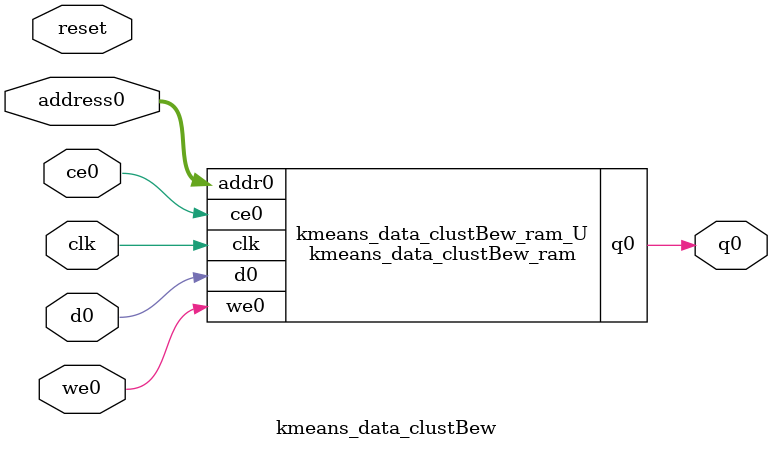
<source format=v>
`timescale 1 ns / 1 ps
module kmeans_data_clustBew_ram (addr0, ce0, d0, we0, q0,  clk);

parameter DWIDTH = 1;
parameter AWIDTH = 6;
parameter MEM_SIZE = 50;

input[AWIDTH-1:0] addr0;
input ce0;
input[DWIDTH-1:0] d0;
input we0;
output reg[DWIDTH-1:0] q0;
input clk;

(* ram_style = "distributed" *)reg [DWIDTH-1:0] ram[0:MEM_SIZE-1];




always @(posedge clk)  
begin 
    if (ce0) begin
        if (we0) 
            ram[addr0] <= d0; 
        q0 <= ram[addr0];
    end
end


endmodule

`timescale 1 ns / 1 ps
module kmeans_data_clustBew(
    reset,
    clk,
    address0,
    ce0,
    we0,
    d0,
    q0);

parameter DataWidth = 32'd1;
parameter AddressRange = 32'd50;
parameter AddressWidth = 32'd6;
input reset;
input clk;
input[AddressWidth - 1:0] address0;
input ce0;
input we0;
input[DataWidth - 1:0] d0;
output[DataWidth - 1:0] q0;



kmeans_data_clustBew_ram kmeans_data_clustBew_ram_U(
    .clk( clk ),
    .addr0( address0 ),
    .ce0( ce0 ),
    .we0( we0 ),
    .d0( d0 ),
    .q0( q0 ));

endmodule


</source>
